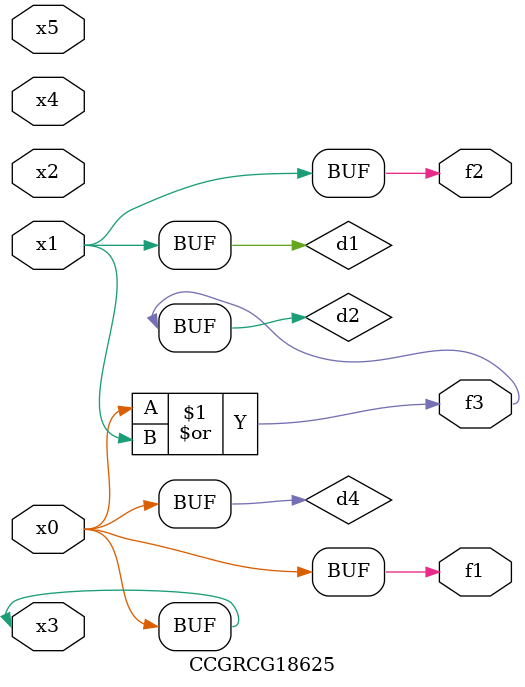
<source format=v>
module CCGRCG18625(
	input x0, x1, x2, x3, x4, x5,
	output f1, f2, f3
);

	wire d1, d2, d3, d4;

	and (d1, x1);
	or (d2, x0, x1);
	nand (d3, x0, x5);
	buf (d4, x0, x3);
	assign f1 = d4;
	assign f2 = d1;
	assign f3 = d2;
endmodule

</source>
